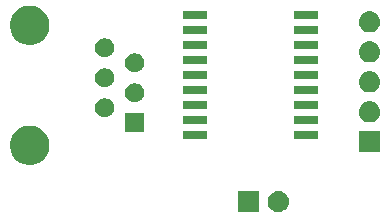
<source format=gbr>
G04 #@! TF.GenerationSoftware,KiCad,Pcbnew,(5.0.1)-3*
G04 #@! TF.CreationDate,2019-09-06T22:13:27-04:00*
G04 #@! TF.ProjectId,jebaoDosingAdapter,6A6562616F446F73696E674164617074,rev?*
G04 #@! TF.SameCoordinates,PX471b200PY51b5f80*
G04 #@! TF.FileFunction,Soldermask,Top*
G04 #@! TF.FilePolarity,Negative*
%FSLAX46Y46*%
G04 Gerber Fmt 4.6, Leading zero omitted, Abs format (unit mm)*
G04 Created by KiCad (PCBNEW (5.0.1)-3) date 9/6/2019 10:13:27 PM*
%MOMM*%
%LPD*%
G01*
G04 APERTURE LIST*
%ADD10C,0.100000*%
G04 APERTURE END LIST*
D10*
G36*
X24580443Y4484481D02*
X24646627Y4477963D01*
X24759853Y4443616D01*
X24816467Y4426443D01*
X24955087Y4352348D01*
X24972991Y4342778D01*
X25008729Y4313448D01*
X25110186Y4230186D01*
X25193448Y4128729D01*
X25222778Y4092991D01*
X25222779Y4092989D01*
X25306443Y3936467D01*
X25306443Y3936466D01*
X25357963Y3766627D01*
X25375359Y3590000D01*
X25357963Y3413373D01*
X25323616Y3300147D01*
X25306443Y3243533D01*
X25232348Y3104913D01*
X25222778Y3087009D01*
X25193448Y3051271D01*
X25110186Y2949814D01*
X25008729Y2866552D01*
X24972991Y2837222D01*
X24972989Y2837221D01*
X24816467Y2753557D01*
X24759853Y2736384D01*
X24646627Y2702037D01*
X24580443Y2695519D01*
X24514260Y2689000D01*
X24425740Y2689000D01*
X24359557Y2695519D01*
X24293373Y2702037D01*
X24180147Y2736384D01*
X24123533Y2753557D01*
X23967011Y2837221D01*
X23967009Y2837222D01*
X23931271Y2866552D01*
X23829814Y2949814D01*
X23746552Y3051271D01*
X23717222Y3087009D01*
X23707652Y3104913D01*
X23633557Y3243533D01*
X23616384Y3300147D01*
X23582037Y3413373D01*
X23564641Y3590000D01*
X23582037Y3766627D01*
X23633557Y3936466D01*
X23633557Y3936467D01*
X23717221Y4092989D01*
X23717222Y4092991D01*
X23746552Y4128729D01*
X23829814Y4230186D01*
X23931271Y4313448D01*
X23967009Y4342778D01*
X23984913Y4352348D01*
X24123533Y4426443D01*
X24180147Y4443616D01*
X24293373Y4477963D01*
X24359557Y4484481D01*
X24425740Y4491000D01*
X24514260Y4491000D01*
X24580443Y4484481D01*
X24580443Y4484481D01*
G37*
G36*
X22831000Y2689000D02*
X21029000Y2689000D01*
X21029000Y4491000D01*
X22831000Y4491000D01*
X22831000Y2689000D01*
X22831000Y2689000D01*
G37*
G36*
X3908871Y9961592D02*
X4213883Y9835252D01*
X4486538Y9653070D01*
X4488390Y9651832D01*
X4721832Y9418390D01*
X4721834Y9418387D01*
X4905252Y9143883D01*
X5031592Y8838871D01*
X5096000Y8515072D01*
X5096000Y8184928D01*
X5031592Y7861129D01*
X4905252Y7556117D01*
X4723070Y7283462D01*
X4721832Y7281610D01*
X4488390Y7048168D01*
X4488387Y7048166D01*
X4213883Y6864748D01*
X3908871Y6738408D01*
X3585072Y6674000D01*
X3254928Y6674000D01*
X2931129Y6738408D01*
X2626117Y6864748D01*
X2351613Y7048166D01*
X2351610Y7048168D01*
X2118168Y7281610D01*
X2116930Y7283462D01*
X1934748Y7556117D01*
X1808408Y7861129D01*
X1744000Y8184928D01*
X1744000Y8515072D01*
X1808408Y8838871D01*
X1934748Y9143883D01*
X2118166Y9418387D01*
X2118168Y9418390D01*
X2351610Y9651832D01*
X2353462Y9653070D01*
X2626117Y9835252D01*
X2931129Y9961592D01*
X3254928Y10026000D01*
X3585072Y10026000D01*
X3908871Y9961592D01*
X3908871Y9961592D01*
G37*
G36*
X33091000Y7759000D02*
X31289000Y7759000D01*
X31289000Y9561000D01*
X33091000Y9561000D01*
X33091000Y7759000D01*
X33091000Y7759000D01*
G37*
G36*
X27861000Y8879000D02*
X25759000Y8879000D01*
X25759000Y9581000D01*
X27861000Y9581000D01*
X27861000Y8879000D01*
X27861000Y8879000D01*
G37*
G36*
X18461000Y8879000D02*
X16359000Y8879000D01*
X16359000Y9581000D01*
X18461000Y9581000D01*
X18461000Y8879000D01*
X18461000Y8879000D01*
G37*
G36*
X13121000Y9449000D02*
X11499000Y9449000D01*
X11499000Y11071000D01*
X13121000Y11071000D01*
X13121000Y9449000D01*
X13121000Y9449000D01*
G37*
G36*
X27861000Y10149000D02*
X25759000Y10149000D01*
X25759000Y10851000D01*
X27861000Y10851000D01*
X27861000Y10149000D01*
X27861000Y10149000D01*
G37*
G36*
X18461000Y10149000D02*
X16359000Y10149000D01*
X16359000Y10851000D01*
X18461000Y10851000D01*
X18461000Y10149000D01*
X18461000Y10149000D01*
G37*
G36*
X32300443Y12094481D02*
X32366627Y12087963D01*
X32479853Y12053616D01*
X32536467Y12036443D01*
X32625225Y11989000D01*
X32692991Y11952778D01*
X32728729Y11923448D01*
X32830186Y11840186D01*
X32890608Y11766560D01*
X32942778Y11702991D01*
X32942779Y11702989D01*
X33026443Y11546467D01*
X33026443Y11546466D01*
X33077963Y11376627D01*
X33095359Y11200000D01*
X33077963Y11023373D01*
X33043616Y10910147D01*
X33026443Y10853533D01*
X32971191Y10750166D01*
X32942778Y10697009D01*
X32913448Y10661271D01*
X32830186Y10559814D01*
X32728729Y10476552D01*
X32692991Y10447222D01*
X32692989Y10447221D01*
X32536467Y10363557D01*
X32479853Y10346384D01*
X32366627Y10312037D01*
X32300443Y10305519D01*
X32234260Y10299000D01*
X32145740Y10299000D01*
X32079557Y10305519D01*
X32013373Y10312037D01*
X31900147Y10346384D01*
X31843533Y10363557D01*
X31687011Y10447221D01*
X31687009Y10447222D01*
X31651271Y10476552D01*
X31549814Y10559814D01*
X31466552Y10661271D01*
X31437222Y10697009D01*
X31408809Y10750166D01*
X31353557Y10853533D01*
X31336384Y10910147D01*
X31302037Y11023373D01*
X31284641Y11200000D01*
X31302037Y11376627D01*
X31353557Y11546466D01*
X31353557Y11546467D01*
X31437221Y11702989D01*
X31437222Y11702991D01*
X31489392Y11766560D01*
X31549814Y11840186D01*
X31651271Y11923448D01*
X31687009Y11952778D01*
X31754775Y11989000D01*
X31843533Y12036443D01*
X31900147Y12053616D01*
X32013373Y12087963D01*
X32079557Y12094481D01*
X32145740Y12101000D01*
X32234260Y12101000D01*
X32300443Y12094481D01*
X32300443Y12094481D01*
G37*
G36*
X10006560Y12309834D02*
X10154153Y12248699D01*
X10271848Y12170057D01*
X10286985Y12159943D01*
X10399943Y12046985D01*
X10399945Y12046982D01*
X10438688Y11989000D01*
X10488700Y11914151D01*
X10549834Y11766560D01*
X10581000Y11609878D01*
X10581000Y11450122D01*
X10549834Y11293440D01*
X10488699Y11145847D01*
X10406865Y11023375D01*
X10399943Y11013015D01*
X10286985Y10900057D01*
X10286982Y10900055D01*
X10154153Y10811301D01*
X10154152Y10811300D01*
X10154151Y10811300D01*
X10006560Y10750166D01*
X9849878Y10719000D01*
X9690122Y10719000D01*
X9533440Y10750166D01*
X9385849Y10811300D01*
X9385848Y10811300D01*
X9385847Y10811301D01*
X9253018Y10900055D01*
X9253015Y10900057D01*
X9140057Y11013015D01*
X9133135Y11023375D01*
X9051301Y11145847D01*
X8990166Y11293440D01*
X8959000Y11450122D01*
X8959000Y11609878D01*
X8990166Y11766560D01*
X9051300Y11914151D01*
X9101313Y11989000D01*
X9140055Y12046982D01*
X9140057Y12046985D01*
X9253015Y12159943D01*
X9268152Y12170057D01*
X9385847Y12248699D01*
X9533440Y12309834D01*
X9690122Y12341000D01*
X9849878Y12341000D01*
X10006560Y12309834D01*
X10006560Y12309834D01*
G37*
G36*
X27861000Y11419000D02*
X25759000Y11419000D01*
X25759000Y12121000D01*
X27861000Y12121000D01*
X27861000Y11419000D01*
X27861000Y11419000D01*
G37*
G36*
X18461000Y11419000D02*
X16359000Y11419000D01*
X16359000Y12121000D01*
X18461000Y12121000D01*
X18461000Y11419000D01*
X18461000Y11419000D01*
G37*
G36*
X12546560Y13579834D02*
X12694153Y13518699D01*
X12811848Y13440057D01*
X12826985Y13429943D01*
X12939943Y13316985D01*
X12939945Y13316982D01*
X13028699Y13184153D01*
X13089834Y13036560D01*
X13121000Y12879877D01*
X13121000Y12720123D01*
X13089834Y12563440D01*
X13028699Y12415847D01*
X12957863Y12309834D01*
X12939943Y12283015D01*
X12826985Y12170057D01*
X12826982Y12170055D01*
X12694153Y12081301D01*
X12694152Y12081300D01*
X12694151Y12081300D01*
X12546560Y12020166D01*
X12389878Y11989000D01*
X12230122Y11989000D01*
X12073440Y12020166D01*
X11925849Y12081300D01*
X11925848Y12081300D01*
X11925847Y12081301D01*
X11793018Y12170055D01*
X11793015Y12170057D01*
X11680057Y12283015D01*
X11662137Y12309834D01*
X11591301Y12415847D01*
X11530166Y12563440D01*
X11499000Y12720123D01*
X11499000Y12879877D01*
X11530166Y13036560D01*
X11591301Y13184153D01*
X11680055Y13316982D01*
X11680057Y13316985D01*
X11793015Y13429943D01*
X11808152Y13440057D01*
X11925847Y13518699D01*
X12073440Y13579834D01*
X12230122Y13611000D01*
X12389878Y13611000D01*
X12546560Y13579834D01*
X12546560Y13579834D01*
G37*
G36*
X27861000Y12689000D02*
X25759000Y12689000D01*
X25759000Y13391000D01*
X27861000Y13391000D01*
X27861000Y12689000D01*
X27861000Y12689000D01*
G37*
G36*
X18461000Y12689000D02*
X16359000Y12689000D01*
X16359000Y13391000D01*
X18461000Y13391000D01*
X18461000Y12689000D01*
X18461000Y12689000D01*
G37*
G36*
X32300443Y14634481D02*
X32366627Y14627963D01*
X32479853Y14593616D01*
X32536467Y14576443D01*
X32625225Y14529000D01*
X32692991Y14492778D01*
X32728729Y14463448D01*
X32830186Y14380186D01*
X32890608Y14306560D01*
X32942778Y14242991D01*
X32942779Y14242989D01*
X33026443Y14086467D01*
X33026443Y14086466D01*
X33077963Y13916627D01*
X33095359Y13740000D01*
X33077963Y13563373D01*
X33064411Y13518699D01*
X33026443Y13393533D01*
X32985525Y13316982D01*
X32942778Y13237009D01*
X32913448Y13201271D01*
X32830186Y13099814D01*
X32728729Y13016552D01*
X32692991Y12987222D01*
X32692989Y12987221D01*
X32536467Y12903557D01*
X32479853Y12886384D01*
X32366627Y12852037D01*
X32300442Y12845518D01*
X32234260Y12839000D01*
X32145740Y12839000D01*
X32079558Y12845518D01*
X32013373Y12852037D01*
X31900147Y12886384D01*
X31843533Y12903557D01*
X31687011Y12987221D01*
X31687009Y12987222D01*
X31651271Y13016552D01*
X31549814Y13099814D01*
X31466552Y13201271D01*
X31437222Y13237009D01*
X31394475Y13316982D01*
X31353557Y13393533D01*
X31315589Y13518699D01*
X31302037Y13563373D01*
X31284641Y13740000D01*
X31302037Y13916627D01*
X31353557Y14086466D01*
X31353557Y14086467D01*
X31437221Y14242989D01*
X31437222Y14242991D01*
X31489392Y14306560D01*
X31549814Y14380186D01*
X31651271Y14463448D01*
X31687009Y14492778D01*
X31754775Y14529000D01*
X31843533Y14576443D01*
X31900147Y14593616D01*
X32013373Y14627963D01*
X32079557Y14634481D01*
X32145740Y14641000D01*
X32234260Y14641000D01*
X32300443Y14634481D01*
X32300443Y14634481D01*
G37*
G36*
X10006560Y14849834D02*
X10154153Y14788699D01*
X10271848Y14710057D01*
X10286985Y14699943D01*
X10399943Y14586985D01*
X10399945Y14586982D01*
X10438688Y14529000D01*
X10488700Y14454151D01*
X10549834Y14306560D01*
X10581000Y14149878D01*
X10581000Y13990122D01*
X10549834Y13833440D01*
X10488699Y13685847D01*
X10417863Y13579834D01*
X10399943Y13553015D01*
X10286985Y13440057D01*
X10286982Y13440055D01*
X10154153Y13351301D01*
X10154152Y13351300D01*
X10154151Y13351300D01*
X10006560Y13290166D01*
X9849878Y13259000D01*
X9690122Y13259000D01*
X9533440Y13290166D01*
X9385849Y13351300D01*
X9385848Y13351300D01*
X9385847Y13351301D01*
X9253018Y13440055D01*
X9253015Y13440057D01*
X9140057Y13553015D01*
X9122137Y13579834D01*
X9051301Y13685847D01*
X8990166Y13833440D01*
X8959000Y13990122D01*
X8959000Y14149878D01*
X8990166Y14306560D01*
X9051300Y14454151D01*
X9101313Y14529000D01*
X9140055Y14586982D01*
X9140057Y14586985D01*
X9253015Y14699943D01*
X9268152Y14710057D01*
X9385847Y14788699D01*
X9533440Y14849834D01*
X9690122Y14881000D01*
X9849878Y14881000D01*
X10006560Y14849834D01*
X10006560Y14849834D01*
G37*
G36*
X27861000Y13959000D02*
X25759000Y13959000D01*
X25759000Y14661000D01*
X27861000Y14661000D01*
X27861000Y13959000D01*
X27861000Y13959000D01*
G37*
G36*
X18461000Y13959000D02*
X16359000Y13959000D01*
X16359000Y14661000D01*
X18461000Y14661000D01*
X18461000Y13959000D01*
X18461000Y13959000D01*
G37*
G36*
X12546560Y16119834D02*
X12694153Y16058699D01*
X12811848Y15980057D01*
X12826985Y15969943D01*
X12939943Y15856985D01*
X12939945Y15856982D01*
X13028699Y15724153D01*
X13089834Y15576560D01*
X13121000Y15419877D01*
X13121000Y15260123D01*
X13089834Y15103440D01*
X13028699Y14955847D01*
X12957863Y14849834D01*
X12939943Y14823015D01*
X12826985Y14710057D01*
X12826982Y14710055D01*
X12694153Y14621301D01*
X12694152Y14621300D01*
X12694151Y14621300D01*
X12546560Y14560166D01*
X12389878Y14529000D01*
X12230122Y14529000D01*
X12073440Y14560166D01*
X11925849Y14621300D01*
X11925848Y14621300D01*
X11925847Y14621301D01*
X11793018Y14710055D01*
X11793015Y14710057D01*
X11680057Y14823015D01*
X11662137Y14849834D01*
X11591301Y14955847D01*
X11530166Y15103440D01*
X11499000Y15260123D01*
X11499000Y15419877D01*
X11530166Y15576560D01*
X11591301Y15724153D01*
X11680055Y15856982D01*
X11680057Y15856985D01*
X11793015Y15969943D01*
X11808152Y15980057D01*
X11925847Y16058699D01*
X12073440Y16119834D01*
X12230122Y16151000D01*
X12389878Y16151000D01*
X12546560Y16119834D01*
X12546560Y16119834D01*
G37*
G36*
X18461000Y15229000D02*
X16359000Y15229000D01*
X16359000Y15931000D01*
X18461000Y15931000D01*
X18461000Y15229000D01*
X18461000Y15229000D01*
G37*
G36*
X27861000Y15229000D02*
X25759000Y15229000D01*
X25759000Y15931000D01*
X27861000Y15931000D01*
X27861000Y15229000D01*
X27861000Y15229000D01*
G37*
G36*
X32300442Y17174482D02*
X32366627Y17167963D01*
X32479853Y17133616D01*
X32536467Y17116443D01*
X32675087Y17042348D01*
X32692991Y17032778D01*
X32728729Y17003448D01*
X32830186Y16920186D01*
X32890608Y16846560D01*
X32942778Y16782991D01*
X32942779Y16782989D01*
X33026443Y16626467D01*
X33026443Y16626466D01*
X33077963Y16456627D01*
X33095359Y16280000D01*
X33077963Y16103373D01*
X33064411Y16058699D01*
X33026443Y15933533D01*
X32985525Y15856982D01*
X32942778Y15777009D01*
X32913448Y15741271D01*
X32830186Y15639814D01*
X32728729Y15556552D01*
X32692991Y15527222D01*
X32692989Y15527221D01*
X32536467Y15443557D01*
X32479853Y15426384D01*
X32366627Y15392037D01*
X32300443Y15385519D01*
X32234260Y15379000D01*
X32145740Y15379000D01*
X32079557Y15385519D01*
X32013373Y15392037D01*
X31900147Y15426384D01*
X31843533Y15443557D01*
X31687011Y15527221D01*
X31687009Y15527222D01*
X31651271Y15556552D01*
X31549814Y15639814D01*
X31466552Y15741271D01*
X31437222Y15777009D01*
X31394475Y15856982D01*
X31353557Y15933533D01*
X31315589Y16058699D01*
X31302037Y16103373D01*
X31284641Y16280000D01*
X31302037Y16456627D01*
X31353557Y16626466D01*
X31353557Y16626467D01*
X31437221Y16782989D01*
X31437222Y16782991D01*
X31489392Y16846560D01*
X31549814Y16920186D01*
X31651271Y17003448D01*
X31687009Y17032778D01*
X31704913Y17042348D01*
X31843533Y17116443D01*
X31900147Y17133616D01*
X32013373Y17167963D01*
X32079558Y17174482D01*
X32145740Y17181000D01*
X32234260Y17181000D01*
X32300442Y17174482D01*
X32300442Y17174482D01*
G37*
G36*
X10006560Y17389834D02*
X10154153Y17328699D01*
X10285213Y17241127D01*
X10286985Y17239943D01*
X10399943Y17126985D01*
X10488700Y16994151D01*
X10549834Y16846560D01*
X10581000Y16689878D01*
X10581000Y16530122D01*
X10549834Y16373440D01*
X10488699Y16225847D01*
X10417863Y16119834D01*
X10399943Y16093015D01*
X10286985Y15980057D01*
X10286982Y15980055D01*
X10154153Y15891301D01*
X10154152Y15891300D01*
X10154151Y15891300D01*
X10006560Y15830166D01*
X9849878Y15799000D01*
X9690122Y15799000D01*
X9533440Y15830166D01*
X9385849Y15891300D01*
X9385848Y15891300D01*
X9385847Y15891301D01*
X9253018Y15980055D01*
X9253015Y15980057D01*
X9140057Y16093015D01*
X9122137Y16119834D01*
X9051301Y16225847D01*
X8990166Y16373440D01*
X8959000Y16530122D01*
X8959000Y16689878D01*
X8990166Y16846560D01*
X9051300Y16994151D01*
X9140057Y17126985D01*
X9253015Y17239943D01*
X9254787Y17241127D01*
X9385847Y17328699D01*
X9533440Y17389834D01*
X9690122Y17421000D01*
X9849878Y17421000D01*
X10006560Y17389834D01*
X10006560Y17389834D01*
G37*
G36*
X27861000Y16499000D02*
X25759000Y16499000D01*
X25759000Y17201000D01*
X27861000Y17201000D01*
X27861000Y16499000D01*
X27861000Y16499000D01*
G37*
G36*
X18461000Y16499000D02*
X16359000Y16499000D01*
X16359000Y17201000D01*
X18461000Y17201000D01*
X18461000Y16499000D01*
X18461000Y16499000D01*
G37*
G36*
X3908871Y20121592D02*
X4213883Y19995252D01*
X4486538Y19813070D01*
X4488390Y19811832D01*
X4721832Y19578390D01*
X4721834Y19578387D01*
X4905252Y19303883D01*
X5031592Y18998871D01*
X5096000Y18675072D01*
X5096000Y18344928D01*
X5031592Y18021129D01*
X4905252Y17716117D01*
X4723070Y17443462D01*
X4721832Y17441610D01*
X4488390Y17208168D01*
X4488387Y17208166D01*
X4213883Y17024748D01*
X3908871Y16898408D01*
X3585072Y16834000D01*
X3254928Y16834000D01*
X2931129Y16898408D01*
X2626117Y17024748D01*
X2351613Y17208166D01*
X2351610Y17208168D01*
X2118168Y17441610D01*
X2116930Y17443462D01*
X1934748Y17716117D01*
X1808408Y18021129D01*
X1744000Y18344928D01*
X1744000Y18675072D01*
X1808408Y18998871D01*
X1934748Y19303883D01*
X2118166Y19578387D01*
X2118168Y19578390D01*
X2351610Y19811832D01*
X2353462Y19813070D01*
X2626117Y19995252D01*
X2931129Y20121592D01*
X3254928Y20186000D01*
X3585072Y20186000D01*
X3908871Y20121592D01*
X3908871Y20121592D01*
G37*
G36*
X27861000Y17769000D02*
X25759000Y17769000D01*
X25759000Y18471000D01*
X27861000Y18471000D01*
X27861000Y17769000D01*
X27861000Y17769000D01*
G37*
G36*
X18461000Y17769000D02*
X16359000Y17769000D01*
X16359000Y18471000D01*
X18461000Y18471000D01*
X18461000Y17769000D01*
X18461000Y17769000D01*
G37*
G36*
X32300442Y19714482D02*
X32366627Y19707963D01*
X32479853Y19673616D01*
X32536467Y19656443D01*
X32675087Y19582348D01*
X32692991Y19572778D01*
X32728729Y19543448D01*
X32830186Y19460186D01*
X32913448Y19358729D01*
X32942778Y19322991D01*
X32942779Y19322989D01*
X33026443Y19166467D01*
X33026443Y19166466D01*
X33077963Y18996627D01*
X33095359Y18820000D01*
X33077963Y18643373D01*
X33043616Y18530147D01*
X33026443Y18473533D01*
X33025089Y18471000D01*
X32942778Y18317009D01*
X32913448Y18281271D01*
X32830186Y18179814D01*
X32728729Y18096552D01*
X32692991Y18067222D01*
X32692989Y18067221D01*
X32536467Y17983557D01*
X32479853Y17966384D01*
X32366627Y17932037D01*
X32300443Y17925519D01*
X32234260Y17919000D01*
X32145740Y17919000D01*
X32079557Y17925519D01*
X32013373Y17932037D01*
X31900147Y17966384D01*
X31843533Y17983557D01*
X31687011Y18067221D01*
X31687009Y18067222D01*
X31651271Y18096552D01*
X31549814Y18179814D01*
X31466552Y18281271D01*
X31437222Y18317009D01*
X31354911Y18471000D01*
X31353557Y18473533D01*
X31336384Y18530147D01*
X31302037Y18643373D01*
X31284641Y18820000D01*
X31302037Y18996627D01*
X31353557Y19166466D01*
X31353557Y19166467D01*
X31437221Y19322989D01*
X31437222Y19322991D01*
X31466552Y19358729D01*
X31549814Y19460186D01*
X31651271Y19543448D01*
X31687009Y19572778D01*
X31704913Y19582348D01*
X31843533Y19656443D01*
X31900147Y19673616D01*
X32013373Y19707963D01*
X32079558Y19714482D01*
X32145740Y19721000D01*
X32234260Y19721000D01*
X32300442Y19714482D01*
X32300442Y19714482D01*
G37*
G36*
X27861000Y19039000D02*
X25759000Y19039000D01*
X25759000Y19741000D01*
X27861000Y19741000D01*
X27861000Y19039000D01*
X27861000Y19039000D01*
G37*
G36*
X18461000Y19039000D02*
X16359000Y19039000D01*
X16359000Y19741000D01*
X18461000Y19741000D01*
X18461000Y19039000D01*
X18461000Y19039000D01*
G37*
M02*

</source>
